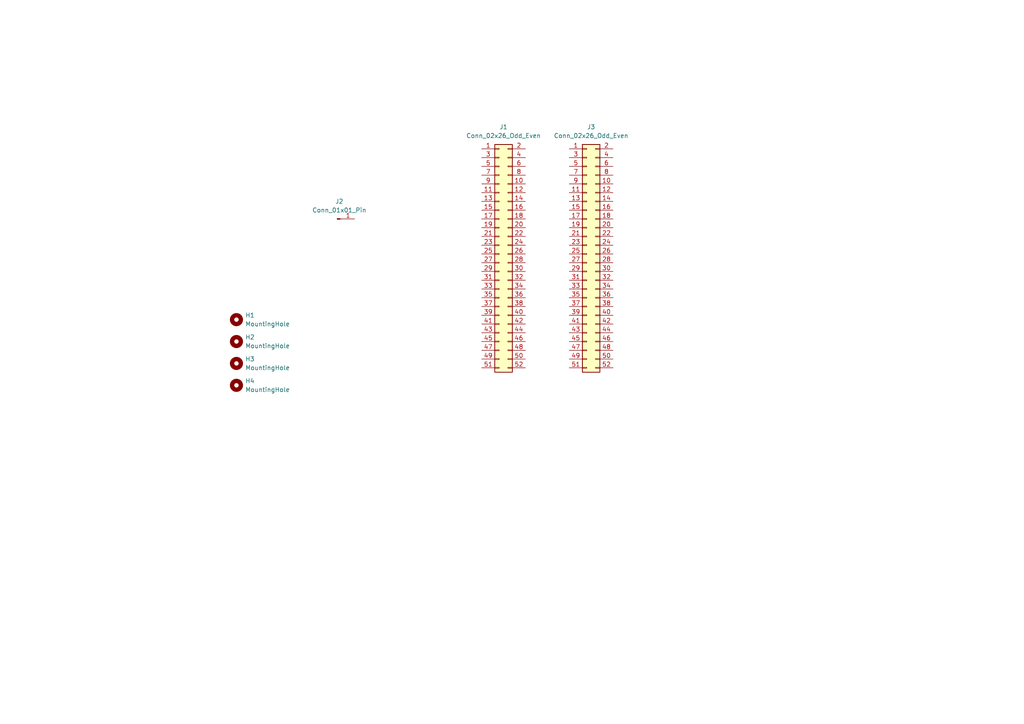
<source format=kicad_sch>
(kicad_sch (version 20250114) (generator "eeschema") (generator_version "9.0")
  (paper "A4")
  (lib_symbols
    (symbol "Connector:Conn_01x01_Pin" (pin_names (offset 1.016) (hide yes))
      (property "Reference" "J" (at 0 2.54 0))
      (property "Value" "Conn_01x01_Pin" (at 0 -2.54 0))
      (symbol "Conn_01x01_Pin_1_1"
        (rectangle (start 0.8636 0.127) (end 0 -0.127) (stroke (width 0.1524)) (fill (type outline)))
        (polyline (pts (xy 1.27 0) (xy 0.8636 0)) (stroke (width 0.1524)))
        (pin passive line (at 5.08 0 180) (length 3.81) (name "Pin_1") (number "1"))
      )
    )
    (symbol "Connector_Generic:Conn_02x26_Odd_Even" (pin_names (offset 1.016) (hide yes))
      (property "Reference" "J" (at 1.27 33.02 0))
      (property "Value" "Conn_02x26_Odd_Even" (at 1.27 -35.56 0))
      (symbol "Conn_02x26_Odd_Even_1_1"
        (rectangle (start -1.27 31.75) (end 3.81 -34.29) (stroke (width 0.254)) (fill (type background)))
        (rectangle (start -1.27 30.607) (end 0 30.353) (stroke (width 0.1524)))
        (rectangle (start -1.27 28.067) (end 0 27.813) (stroke (width 0.1524)))
        (rectangle (start -1.27 25.527) (end 0 25.273) (stroke (width 0.1524)))
        (rectangle (start -1.27 22.987) (end 0 22.733) (stroke (width 0.1524)))
        (rectangle (start -1.27 20.447) (end 0 20.193) (stroke (width 0.1524)))
        (rectangle (start -1.27 17.907) (end 0 17.653) (stroke (width 0.1524)))
        (rectangle (start -1.27 15.367) (end 0 15.113) (stroke (width 0.1524)))
        (rectangle (start -1.27 12.827) (end 0 12.573) (stroke (width 0.1524)))
        (rectangle (start -1.27 10.287) (end 0 10.033) (stroke (width 0.1524)))
        (rectangle (start -1.27 7.747) (end 0 7.493) (stroke (width 0.1524)))
        (rectangle (start -1.27 5.207) (end 0 4.953) (stroke (width 0.1524)))
        (rectangle (start -1.27 2.667) (end 0 2.413) (stroke (width 0.1524)))
        (rectangle (start -1.27 0.127) (end 0 -0.127) (stroke (width 0.1524)))
        (rectangle (start -1.27 -2.413) (end 0 -2.667) (stroke (width 0.1524)))
        (rectangle (start -1.27 -4.953) (end 0 -5.207) (stroke (width 0.1524)))
        (rectangle (start -1.27 -7.493) (end 0 -7.747) (stroke (width 0.1524)))
        (rectangle (start -1.27 -10.033) (end 0 -10.287) (stroke (width 0.1524)))
        (rectangle (start -1.27 -12.573) (end 0 -12.827) (stroke (width 0.1524)))
        (rectangle (start -1.27 -15.113) (end 0 -15.367) (stroke (width 0.1524)))
        (rectangle (start -1.27 -17.653) (end 0 -17.907) (stroke (width 0.1524)))
        (rectangle (start -1.27 -20.193) (end 0 -20.447) (stroke (width 0.1524)))
        (rectangle (start -1.27 -22.733) (end 0 -22.987) (stroke (width 0.1524)))
        (rectangle (start -1.27 -25.273) (end 0 -25.527) (stroke (width 0.1524)))
        (rectangle (start -1.27 -27.813) (end 0 -28.067) (stroke (width 0.1524)))
        (rectangle (start -1.27 -30.353) (end 0 -30.607) (stroke (width 0.1524)))
        (rectangle (start -1.27 -32.893) (end 0 -33.147) (stroke (width 0.1524)))
        (rectangle (start 3.81 30.607) (end 2.54 30.353) (stroke (width 0.1524)))
        (rectangle (start 3.81 28.067) (end 2.54 27.813) (stroke (width 0.1524)))
        (rectangle (start 3.81 25.527) (end 2.54 25.273) (stroke (width 0.1524)))
        (rectangle (start 3.81 22.987) (end 2.54 22.733) (stroke (width 0.1524)))
        (rectangle (start 3.81 20.447) (end 2.54 20.193) (stroke (width 0.1524)))
        (rectangle (start 3.81 17.907) (end 2.54 17.653) (stroke (width 0.1524)))
        (rectangle (start 3.81 15.367) (end 2.54 15.113) (stroke (width 0.1524)))
        (rectangle (start 3.81 12.827) (end 2.54 12.573) (stroke (width 0.1524)))
        (rectangle (start 3.81 10.287) (end 2.54 10.033) (stroke (width 0.1524)))
        (rectangle (start 3.81 7.747) (end 2.54 7.493) (stroke (width 0.1524)))
        (rectangle (start 3.81 5.207) (end 2.54 4.953) (stroke (width 0.1524)))
        (rectangle (start 3.81 2.667) (end 2.54 2.413) (stroke (width 0.1524)))
        (rectangle (start 3.81 0.127) (end 2.54 -0.127) (stroke (width 0.1524)))
        (rectangle (start 3.81 -2.413) (end 2.54 -2.667) (stroke (width 0.1524)))
        (rectangle (start 3.81 -4.953) (end 2.54 -5.207) (stroke (width 0.1524)))
        (rectangle (start 3.81 -7.493) (end 2.54 -7.747) (stroke (width 0.1524)))
        (rectangle (start 3.81 -10.033) (end 2.54 -10.287) (stroke (width 0.1524)))
        (rectangle (start 3.81 -12.573) (end 2.54 -12.827) (stroke (width 0.1524)))
        (rectangle (start 3.81 -15.113) (end 2.54 -15.367) (stroke (width 0.1524)))
        (rectangle (start 3.81 -17.653) (end 2.54 -17.907) (stroke (width 0.1524)))
        (rectangle (start 3.81 -20.193) (end 2.54 -20.447) (stroke (width 0.1524)))
        (rectangle (start 3.81 -22.733) (end 2.54 -22.987) (stroke (width 0.1524)))
        (rectangle (start 3.81 -25.273) (end 2.54 -25.527) (stroke (width 0.1524)))
        (rectangle (start 3.81 -27.813) (end 2.54 -28.067) (stroke (width 0.1524)))
        (rectangle (start 3.81 -30.353) (end 2.54 -30.607) (stroke (width 0.1524)))
        (rectangle (start 3.81 -32.893) (end 2.54 -33.147) (stroke (width 0.1524)))
        (pin passive line (at -5.08 30.48 0) (length 3.81) (name "Pin_1") (number "1"))
        (pin passive line (at -5.08 27.94 0) (length 3.81) (name "Pin_3") (number "3"))
        (pin passive line (at -5.08 25.4 0) (length 3.81) (name "Pin_5") (number "5"))
        (pin passive line (at -5.08 22.86 0) (length 3.81) (name "Pin_7") (number "7"))
        (pin passive line (at -5.08 20.32 0) (length 3.81) (name "Pin_9") (number "9"))
        (pin passive line (at -5.08 17.78 0) (length 3.81) (name "Pin_11") (number "11"))
        (pin passive line (at -5.08 15.24 0) (length 3.81) (name "Pin_13") (number "13"))
        (pin passive line (at -5.08 12.7 0) (length 3.81) (name "Pin_15") (number "15"))
        (pin passive line (at -5.08 10.16 0) (length 3.81) (name "Pin_17") (number "17"))
        (pin passive line (at -5.08 7.62 0) (length 3.81) (name "Pin_19") (number "19"))
        (pin passive line (at -5.08 5.08 0) (length 3.81) (name "Pin_21") (number "21"))
        (pin passive line (at -5.08 2.54 0) (length 3.81) (name "Pin_23") (number "23"))
        (pin passive line (at -5.08 0 0) (length 3.81) (name "Pin_25") (number "25"))
        (pin passive line (at -5.08 -2.54 0) (length 3.81) (name "Pin_27") (number "27"))
        (pin passive line (at -5.08 -5.08 0) (length 3.81) (name "Pin_29") (number "29"))
        (pin passive line (at -5.08 -7.62 0) (length 3.81) (name "Pin_31") (number "31"))
        (pin passive line (at -5.08 -10.16 0) (length 3.81) (name "Pin_33") (number "33"))
        (pin passive line (at -5.08 -12.7 0) (length 3.81) (name "Pin_35") (number "35"))
        (pin passive line (at -5.08 -15.24 0) (length 3.81) (name "Pin_37") (number "37"))
        (pin passive line (at -5.08 -17.78 0) (length 3.81) (name "Pin_39") (number "39"))
        (pin passive line (at -5.08 -20.32 0) (length 3.81) (name "Pin_41") (number "41"))
        (pin passive line (at -5.08 -22.86 0) (length 3.81) (name "Pin_43") (number "43"))
        (pin passive line (at -5.08 -25.4 0) (length 3.81) (name "Pin_45") (number "45"))
        (pin passive line (at -5.08 -27.94 0) (length 3.81) (name "Pin_47") (number "47"))
        (pin passive line (at -5.08 -30.48 0) (length 3.81) (name "Pin_49") (number "49"))
        (pin passive line (at -5.08 -33.02 0) (length 3.81) (name "Pin_51") (number "51"))
        (pin passive line (at 7.62 30.48 180) (length 3.81) (name "Pin_2") (number "2"))
        (pin passive line (at 7.62 27.94 180) (length 3.81) (name "Pin_4") (number "4"))
        (pin passive line (at 7.62 25.4 180) (length 3.81) (name "Pin_6") (number "6"))
        (pin passive line (at 7.62 22.86 180) (length 3.81) (name "Pin_8") (number "8"))
        (pin passive line (at 7.62 20.32 180) (length 3.81) (name "Pin_10") (number "10"))
        (pin passive line (at 7.62 17.78 180) (length 3.81) (name "Pin_12") (number "12"))
        (pin passive line (at 7.62 15.24 180) (length 3.81) (name "Pin_14") (number "14"))
        (pin passive line (at 7.62 12.7 180) (length 3.81) (name "Pin_16") (number "16"))
        (pin passive line (at 7.62 10.16 180) (length 3.81) (name "Pin_18") (number "18"))
        (pin passive line (at 7.62 7.62 180) (length 3.81) (name "Pin_20") (number "20"))
        (pin passive line (at 7.62 5.08 180) (length 3.81) (name "Pin_22") (number "22"))
        (pin passive line (at 7.62 2.54 180) (length 3.81) (name "Pin_24") (number "24"))
        (pin passive line (at 7.62 0 180) (length 3.81) (name "Pin_26") (number "26"))
        (pin passive line (at 7.62 -2.54 180) (length 3.81) (name "Pin_28") (number "28"))
        (pin passive line (at 7.62 -5.08 180) (length 3.81) (name "Pin_30") (number "30"))
        (pin passive line (at 7.62 -7.62 180) (length 3.81) (name "Pin_32") (number "32"))
        (pin passive line (at 7.62 -10.16 180) (length 3.81) (name "Pin_34") (number "34"))
        (pin passive line (at 7.62 -12.7 180) (length 3.81) (name "Pin_36") (number "36"))
        (pin passive line (at 7.62 -15.24 180) (length 3.81) (name "Pin_38") (number "38"))
        (pin passive line (at 7.62 -17.78 180) (length 3.81) (name "Pin_40") (number "40"))
        (pin passive line (at 7.62 -20.32 180) (length 3.81) (name "Pin_42") (number "42"))
        (pin passive line (at 7.62 -22.86 180) (length 3.81) (name "Pin_44") (number "44"))
        (pin passive line (at 7.62 -25.4 180) (length 3.81) (name "Pin_46") (number "46"))
        (pin passive line (at 7.62 -27.94 180) (length 3.81) (name "Pin_48") (number "48"))
        (pin passive line (at 7.62 -30.48 180) (length 3.81) (name "Pin_50") (number "50"))
        (pin passive line (at 7.62 -33.02 180) (length 3.81) (name "Pin_52") (number "52"))
      )
    )
    (symbol "Mechanical:MountingHole" (pin_names (offset 1.016)) (exclude_from_sim yes) (in_bom no)
      (property "Reference" "H" (at 0 5.08 0))
      (property "Value" "MountingHole" (at 0 3.175 0))
      (symbol "MountingHole_0_1"
        (circle (center 0 0) (radius 1.27) (stroke (width 1.27)))
      )
    )
  )
  (symbol (lib_id "Mechanical:MountingHole") (at 68.58 105.41 0) (unit 1) (exclude_from_sim yes) (in_bom no)
    (property "Reference" "H3" (at 71.12 104.1399 0) (effects (justify left)))
    (property "Value" "MountingHole" (at 71.12 106.6799 0) (effects (justify left)))
    (property "Footprint" "MountingHole:MountingHole_3.2mm_M3" (effects (hide yes)))
    (property "Description" "Mounting Hole without connection" (effects (hide yes)))
  )
  (symbol (lib_id "Connector:Conn_01x01_Pin") (at 97.79 63.5 0) (unit 1)
    (property "Reference" "J2" (at 98.425 58.42 0))
    (property "Value" "Conn_01x01_Pin" (at 98.425 60.96 0))
    (property "Footprint" "Connector:single_pad" (effects (hide yes)))
    (property "Description" "Generic connector, single row, 01x01, script generated" (effects (hide yes)))
  )
  (symbol (lib_id "Mechanical:MountingHole") (at 68.58 99.06 0) (unit 1) (exclude_from_sim yes) (in_bom no)
    (property "Reference" "H2" (at 71.12 97.7899 0) (effects (justify left)))
    (property "Value" "MountingHole" (at 71.12 100.3299 0) (effects (justify left)))
    (property "Footprint" "MountingHole:MountingHole_3.2mm_M3" (effects (hide yes)))
    (property "Description" "Mounting Hole without connection" (effects (hide yes)))
  )
  (symbol (lib_id "Connector_Generic:Conn_02x26_Odd_Even") (at 144.78 73.66 0) (unit 1)
    (property "Reference" "J1" (at 146.05 36.83 0))
    (property "Value" "Conn_02x26_Odd_Even" (at 146.05 39.37 0))
    (property "Footprint" "Connector_Samtec_HLE_THT:Samtec_HLE-126-02-xx-DV-TE_2x26_P2.54mm_Horizontal" (effects (hide yes)))
    (property "Description" "Generic connector, double row, 02x26, odd/even pin numbering scheme (row 1 odd numbers, row 2 even numbers), script generated (kicad-library-utils/schlib/autogen/connector/)" (effects (hide yes)))
  )
  (symbol (lib_id "Mechanical:MountingHole") (at 68.58 92.71 0) (unit 1) (exclude_from_sim yes) (in_bom no)
    (property "Reference" "H1" (at 71.12 91.4399 0) (effects (justify left)))
    (property "Value" "MountingHole" (at 71.12 93.9799 0) (effects (justify left)))
    (property "Footprint" "MountingHole:MountingHole_3.2mm_M3" (effects (hide yes)))
    (property "Description" "Mounting Hole without connection" (effects (hide yes)))
  )
  (symbol (lib_id "Mechanical:MountingHole") (at 68.58 111.76 0) (unit 1) (exclude_from_sim yes) (in_bom no)
    (property "Reference" "H4" (at 71.12 110.4899 0) (effects (justify left)))
    (property "Value" "MountingHole" (at 71.12 113.0299 0) (effects (justify left)))
    (property "Footprint" "MountingHole:MountingHole_3.2mm_M3" (effects (hide yes)))
    (property "Description" "Mounting Hole without connection" (effects (hide yes)))
  )
  (symbol (lib_id "Connector_Generic:Conn_02x26_Odd_Even") (at 170.18 73.66 0) (unit 1)
    (property "Reference" "J3" (at 171.45 36.83 0))
    (property "Value" "Conn_02x26_Odd_Even" (at 171.45 39.37 0))
    (property "Footprint" "Connector_Samtec_HLE_THT:Samtec_HLE-126-02-xx-DV-TE_2x26_P2.54mm_Horizontal" (effects (hide yes)))
    (property "Description" "Generic connector, double row, 02x26, odd/even pin numbering scheme (row 1 odd numbers, row 2 even numbers), script generated (kicad-library-utils/schlib/autogen/connector/)" (effects (hide yes)))
  )
)
</source>
